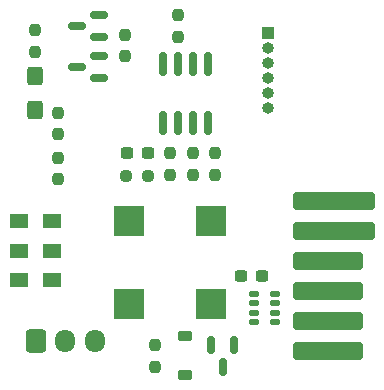
<source format=gbs>
%TF.GenerationSoftware,KiCad,Pcbnew,7.0.5-7.0.5~ubuntu22.04.1*%
%TF.CreationDate,2023-06-28T22:22:45+02:00*%
%TF.ProjectId,BatMon,4261744d-6f6e-42e6-9b69-6361645f7063,rev?*%
%TF.SameCoordinates,Original*%
%TF.FileFunction,Soldermask,Bot*%
%TF.FilePolarity,Negative*%
%FSLAX46Y46*%
G04 Gerber Fmt 4.6, Leading zero omitted, Abs format (unit mm)*
G04 Created by KiCad (PCBNEW 7.0.5-7.0.5~ubuntu22.04.1) date 2023-06-28 22:22:45*
%MOMM*%
%LPD*%
G01*
G04 APERTURE LIST*
G04 Aperture macros list*
%AMRoundRect*
0 Rectangle with rounded corners*
0 $1 Rounding radius*
0 $2 $3 $4 $5 $6 $7 $8 $9 X,Y pos of 4 corners*
0 Add a 4 corners polygon primitive as box body*
4,1,4,$2,$3,$4,$5,$6,$7,$8,$9,$2,$3,0*
0 Add four circle primitives for the rounded corners*
1,1,$1+$1,$2,$3*
1,1,$1+$1,$4,$5*
1,1,$1+$1,$6,$7*
1,1,$1+$1,$8,$9*
0 Add four rect primitives between the rounded corners*
20,1,$1+$1,$2,$3,$4,$5,0*
20,1,$1+$1,$4,$5,$6,$7,0*
20,1,$1+$1,$6,$7,$8,$9,0*
20,1,$1+$1,$8,$9,$2,$3,0*%
G04 Aperture macros list end*
%ADD10RoundRect,0.400000X3.100000X-0.400000X3.100000X0.400000X-3.100000X0.400000X-3.100000X-0.400000X0*%
%ADD11RoundRect,0.400000X2.600000X-0.400000X2.600000X0.400000X-2.600000X0.400000X-2.600000X-0.400000X0*%
%ADD12R,1.000000X1.000000*%
%ADD13O,1.000000X1.000000*%
%ADD14RoundRect,0.250000X-0.600000X-0.725000X0.600000X-0.725000X0.600000X0.725000X-0.600000X0.725000X0*%
%ADD15O,1.700000X1.950000*%
%ADD16RoundRect,0.150000X0.587500X0.150000X-0.587500X0.150000X-0.587500X-0.150000X0.587500X-0.150000X0*%
%ADD17RoundRect,0.237500X-0.237500X0.250000X-0.237500X-0.250000X0.237500X-0.250000X0.237500X0.250000X0*%
%ADD18RoundRect,0.237500X0.237500X-0.250000X0.237500X0.250000X-0.237500X0.250000X-0.237500X-0.250000X0*%
%ADD19RoundRect,0.237500X0.300000X0.237500X-0.300000X0.237500X-0.300000X-0.237500X0.300000X-0.237500X0*%
%ADD20R,2.500000X2.500000*%
%ADD21RoundRect,0.250000X-0.425000X0.537500X-0.425000X-0.537500X0.425000X-0.537500X0.425000X0.537500X0*%
%ADD22R,1.600000X1.200000*%
%ADD23RoundRect,0.150000X-0.150000X0.587500X-0.150000X-0.587500X0.150000X-0.587500X0.150000X0.587500X0*%
%ADD24RoundRect,0.237500X-0.300000X-0.237500X0.300000X-0.237500X0.300000X0.237500X-0.300000X0.237500X0*%
%ADD25RoundRect,0.237500X0.250000X0.237500X-0.250000X0.237500X-0.250000X-0.237500X0.250000X-0.237500X0*%
%ADD26RoundRect,0.225000X0.375000X-0.225000X0.375000X0.225000X-0.375000X0.225000X-0.375000X-0.225000X0*%
%ADD27RoundRect,0.125000X0.275000X0.125000X-0.275000X0.125000X-0.275000X-0.125000X0.275000X-0.125000X0*%
%ADD28RoundRect,0.150000X-0.150000X0.825000X-0.150000X-0.825000X0.150000X-0.825000X0.150000X0.825000X0*%
G04 APERTURE END LIST*
D10*
X148500000Y-72650000D03*
X148500000Y-75190000D03*
D11*
X148000000Y-77730000D03*
X148000000Y-80270000D03*
X148000000Y-82810000D03*
X148000000Y-85350000D03*
D12*
X142875000Y-58420000D03*
D13*
X142875000Y-59690000D03*
X142875000Y-60960000D03*
X142875000Y-62230000D03*
X142875000Y-63500000D03*
X142875000Y-64770000D03*
D14*
X123230000Y-84455000D03*
D15*
X125730000Y-84455000D03*
X128230000Y-84455000D03*
D16*
X128572500Y-56835000D03*
X128572500Y-58735000D03*
X126697500Y-57785000D03*
D17*
X138430000Y-68580000D03*
X138430000Y-70405000D03*
D18*
X125095000Y-66952500D03*
X125095000Y-65127500D03*
D19*
X132715000Y-68580000D03*
X130990000Y-68580000D03*
D20*
X138120000Y-74295000D03*
X138120000Y-81295000D03*
X131120000Y-81295000D03*
X131120000Y-74295000D03*
D16*
X128572500Y-60330000D03*
X128572500Y-62230000D03*
X126697500Y-61280000D03*
D18*
X125095000Y-70762500D03*
X125095000Y-68937500D03*
D21*
X123190000Y-62062500D03*
X123190000Y-64937500D03*
D22*
X124590000Y-79335000D03*
X124590000Y-76835000D03*
X124590000Y-74335000D03*
X121790000Y-79335000D03*
X121790000Y-76835000D03*
X121790000Y-74335000D03*
D17*
X134620000Y-68580000D03*
X134620000Y-70405000D03*
D23*
X138115000Y-84787500D03*
X140015000Y-84787500D03*
X139065000Y-86662500D03*
D24*
X140637500Y-79000000D03*
X142362500Y-79000000D03*
D25*
X132715000Y-70485000D03*
X130890000Y-70485000D03*
D26*
X135890000Y-87375000D03*
X135890000Y-84075000D03*
D18*
X130810000Y-60348500D03*
X130810000Y-58523500D03*
X133350000Y-86637500D03*
X133350000Y-84812500D03*
D27*
X143500000Y-80480000D03*
X143500000Y-81280000D03*
X143500000Y-82080000D03*
X143500000Y-82880000D03*
X141700000Y-82880000D03*
X141700000Y-82080000D03*
X141700000Y-81280000D03*
X141700000Y-80480000D03*
D17*
X135255000Y-56872500D03*
X135255000Y-58697500D03*
D18*
X123190000Y-59967500D03*
X123190000Y-58142500D03*
D17*
X136525000Y-68580000D03*
X136525000Y-70405000D03*
D28*
X133985000Y-61025000D03*
X135255000Y-61025000D03*
X136525000Y-61025000D03*
X137795000Y-61025000D03*
X137795000Y-65975000D03*
X136525000Y-65975000D03*
X135255000Y-65975000D03*
X133985000Y-65975000D03*
M02*

</source>
